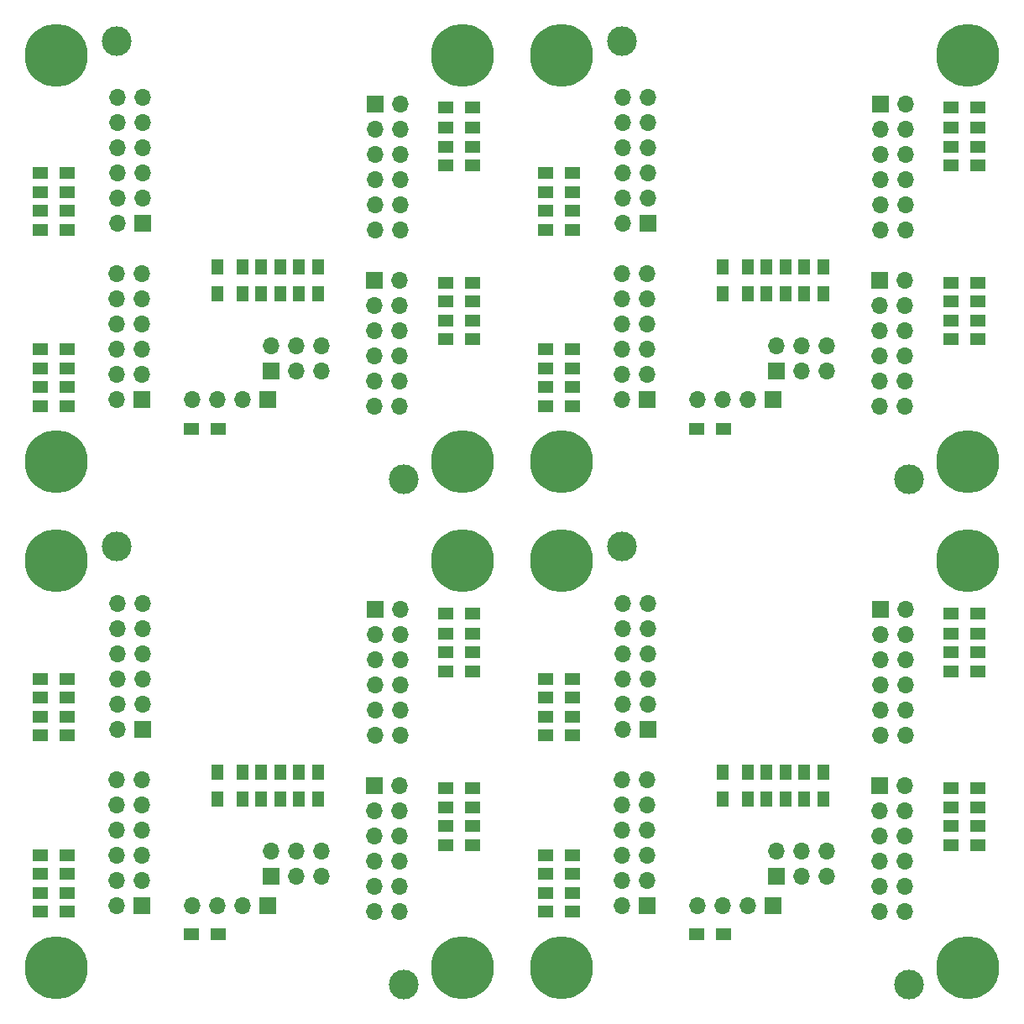
<source format=gbs>
%MOIN*%
%OFA0B0*%
%FSLAX46Y46*%
%IPPOS*%
%LPD*%
%ADD10C,0.25*%
%ADD11R,0.066929133858267723X0.066929133858267723*%
%ADD12O,0.066929133858267723X0.066929133858267723*%
%ADD13C,0.11811023622047245*%
%ADD14R,0.059055118110236227X0.051181102362204731*%
%ADD15R,0.051181102362204731X0.059055118110236227*%
%ADD26C,0.25*%
%ADD27R,0.066929133858267723X0.066929133858267723*%
%ADD28O,0.066929133858267723X0.066929133858267723*%
%ADD29C,0.11811023622047245*%
%ADD30R,0.059055118110236227X0.051181102362204731*%
%ADD31R,0.051181102362204731X0.059055118110236227*%
%ADD32C,0.25*%
%ADD33R,0.066929133858267723X0.066929133858267723*%
%ADD34O,0.066929133858267723X0.066929133858267723*%
%ADD35C,0.11811023622047245*%
%ADD36R,0.059055118110236227X0.051181102362204731*%
%ADD37R,0.051181102362204731X0.059055118110236227*%
%ADD38C,0.25*%
%ADD39R,0.066929133858267723X0.066929133858267723*%
%ADD40O,0.066929133858267723X0.066929133858267723*%
%ADD41C,0.11811023622047245*%
%ADD42R,0.059055118110236227X0.051181102362204731*%
%ADD43R,0.051181102362204731X0.059055118110236227*%
G01*
D10*
X-0006102362Y0005078740D02*
X0000157480Y0001771653D03*
X0001771653Y0001771653D03*
X0000157480Y0000157480D03*
X0001771653Y0000157480D03*
D11*
X0000997637Y0000403740D03*
D12*
X0000897637Y0000403740D03*
X0000797637Y0000403740D03*
X0000697637Y0000403740D03*
D11*
X0001012637Y0000518740D03*
D12*
X0001012637Y0000618740D03*
X0001112637Y0000518740D03*
X0001112637Y0000618740D03*
X0001212637Y0000518740D03*
X0001212637Y0000618740D03*
D11*
X0001425196Y0001578740D03*
D12*
X0001525196Y0001578740D03*
X0001425196Y0001478740D03*
X0001525196Y0001478740D03*
X0001425196Y0001378740D03*
X0001525196Y0001378740D03*
X0001425196Y0001278740D03*
X0001525196Y0001278740D03*
X0001425196Y0001178740D03*
X0001525196Y0001178740D03*
X0001425196Y0001078740D03*
X0001525196Y0001078740D03*
D11*
X0000497637Y0000403740D03*
D12*
X0000397637Y0000403740D03*
X0000497637Y0000503740D03*
X0000397637Y0000503740D03*
X0000497637Y0000603740D03*
X0000397637Y0000603740D03*
X0000497637Y0000703740D03*
X0000397637Y0000703740D03*
X0000497637Y0000803740D03*
X0000397637Y0000803740D03*
X0000497637Y0000903740D03*
X0000397637Y0000903740D03*
D11*
X0001422637Y0000878740D03*
D12*
X0001522637Y0000878740D03*
X0001422637Y0000778740D03*
X0001522637Y0000778740D03*
X0001422637Y0000678740D03*
X0001522637Y0000678740D03*
X0001422637Y0000578740D03*
X0001522637Y0000578740D03*
X0001422637Y0000478740D03*
X0001522637Y0000478740D03*
X0001422637Y0000378740D03*
X0001522637Y0000378740D03*
D11*
X0000502637Y0001103740D03*
D12*
X0000402637Y0001103740D03*
X0000502637Y0001203740D03*
X0000402637Y0001203740D03*
X0000502637Y0001303740D03*
X0000402637Y0001303740D03*
X0000502637Y0001403740D03*
X0000402637Y0001403740D03*
X0000502637Y0001503740D03*
X0000402637Y0001503740D03*
X0000502637Y0001603740D03*
X0000402637Y0001603740D03*
D13*
X0001537637Y0000088740D03*
X0000397637Y0001828740D03*
D14*
X0001704488Y0001563740D03*
X0001810787Y0001563740D03*
X0001704488Y0001333740D03*
X0001810787Y0001333740D03*
X0001704488Y0001483740D03*
X0001810787Y0001483740D03*
X0000200787Y0001153740D03*
X0000094488Y0001153740D03*
X0000200787Y0001303740D03*
X0000094488Y0001303740D03*
X0001704488Y0000868740D03*
X0001810787Y0000868740D03*
X0001704488Y0000643740D03*
X0001810787Y0000643740D03*
X0000200787Y0000378740D03*
X0000094488Y0000378740D03*
X0001704488Y0001408740D03*
X0001810787Y0001408740D03*
D15*
X0000897637Y0000931889D03*
X0000897637Y0000825590D03*
D14*
X0001704488Y0000718740D03*
X0001810787Y0000718740D03*
X0000200787Y0001228740D03*
X0000094488Y0001228740D03*
X0000200787Y0001078740D03*
X0000094488Y0001078740D03*
D15*
X0000972637Y0000931889D03*
X0000972637Y0000825590D03*
D14*
X0001704488Y0000793740D03*
X0001810787Y0000793740D03*
X0000800787Y0000288740D03*
X0000694488Y0000288740D03*
X0000200787Y0000603740D03*
X0000094488Y0000603740D03*
X0000200787Y0000453740D03*
X0000094488Y0000453740D03*
X0000200787Y0000528740D03*
X0000094488Y0000528740D03*
D15*
X0001047637Y0000931889D03*
X0001047637Y0000825590D03*
X0001197637Y0000931889D03*
X0001197637Y0000825590D03*
X0001122637Y0000931889D03*
X0001122637Y0000825590D03*
X0000797637Y0000931889D03*
X0000797637Y0000825590D03*
G04 next file*
G04 Gerber Fmt 4.6, Leading zero omitted, Abs format (unit mm)*
G04 Created by KiCad (PCBNEW (6.0.1)) date 2022-05-17 18:17:59*
G01*
G04 APERTURE LIST*
G04 APERTURE END LIST*
D26*
X-0004094488Y0005078740D02*
X0002165354Y0001771653D03*
X0003779527Y0001771653D03*
X0002165354Y0000157480D03*
X0003779527Y0000157480D03*
D27*
X0003005511Y0000403740D03*
D28*
X0002905511Y0000403740D03*
X0002805511Y0000403740D03*
X0002705511Y0000403740D03*
D27*
X0003020511Y0000518740D03*
D28*
X0003020511Y0000618740D03*
X0003120511Y0000518740D03*
X0003120511Y0000618740D03*
X0003220511Y0000518740D03*
X0003220511Y0000618740D03*
D27*
X0003433070Y0001578740D03*
D28*
X0003533070Y0001578740D03*
X0003433070Y0001478740D03*
X0003533070Y0001478740D03*
X0003433070Y0001378740D03*
X0003533070Y0001378740D03*
X0003433070Y0001278740D03*
X0003533070Y0001278740D03*
X0003433070Y0001178740D03*
X0003533070Y0001178740D03*
X0003433070Y0001078740D03*
X0003533070Y0001078740D03*
D27*
X0002505511Y0000403740D03*
D28*
X0002405511Y0000403740D03*
X0002505511Y0000503740D03*
X0002405511Y0000503740D03*
X0002505511Y0000603740D03*
X0002405511Y0000603740D03*
X0002505511Y0000703740D03*
X0002405511Y0000703740D03*
X0002505511Y0000803740D03*
X0002405511Y0000803740D03*
X0002505511Y0000903740D03*
X0002405511Y0000903740D03*
D27*
X0003430511Y0000878740D03*
D28*
X0003530511Y0000878740D03*
X0003430511Y0000778740D03*
X0003530511Y0000778740D03*
X0003430511Y0000678740D03*
X0003530511Y0000678740D03*
X0003430511Y0000578740D03*
X0003530511Y0000578740D03*
X0003430511Y0000478740D03*
X0003530511Y0000478740D03*
X0003430511Y0000378740D03*
X0003530511Y0000378740D03*
D27*
X0002510511Y0001103740D03*
D28*
X0002410511Y0001103740D03*
X0002510511Y0001203740D03*
X0002410511Y0001203740D03*
X0002510511Y0001303740D03*
X0002410511Y0001303740D03*
X0002510511Y0001403740D03*
X0002410511Y0001403740D03*
X0002510511Y0001503740D03*
X0002410511Y0001503740D03*
X0002510511Y0001603740D03*
X0002410511Y0001603740D03*
D29*
X0003545511Y0000088740D03*
X0002405511Y0001828740D03*
D30*
X0003712362Y0001563740D03*
X0003818661Y0001563740D03*
X0003712362Y0001333740D03*
X0003818661Y0001333740D03*
X0003712362Y0001483740D03*
X0003818661Y0001483740D03*
X0002208661Y0001153740D03*
X0002102362Y0001153740D03*
X0002208661Y0001303740D03*
X0002102362Y0001303740D03*
X0003712362Y0000868740D03*
X0003818661Y0000868740D03*
X0003712362Y0000643740D03*
X0003818661Y0000643740D03*
X0002208661Y0000378740D03*
X0002102362Y0000378740D03*
X0003712362Y0001408740D03*
X0003818661Y0001408740D03*
D31*
X0002905511Y0000931889D03*
X0002905511Y0000825590D03*
D30*
X0003712362Y0000718740D03*
X0003818661Y0000718740D03*
X0002208661Y0001228740D03*
X0002102362Y0001228740D03*
X0002208661Y0001078740D03*
X0002102362Y0001078740D03*
D31*
X0002980511Y0000931889D03*
X0002980511Y0000825590D03*
D30*
X0003712362Y0000793740D03*
X0003818661Y0000793740D03*
X0002808661Y0000288740D03*
X0002702362Y0000288740D03*
X0002208661Y0000603740D03*
X0002102362Y0000603740D03*
X0002208661Y0000453740D03*
X0002102362Y0000453740D03*
X0002208661Y0000528740D03*
X0002102362Y0000528740D03*
D31*
X0003055511Y0000931889D03*
X0003055511Y0000825590D03*
X0003205511Y0000931889D03*
X0003205511Y0000825590D03*
X0003130511Y0000931889D03*
X0003130511Y0000825590D03*
X0002805511Y0000931889D03*
X0002805511Y0000825590D03*
G04 next file*
G04 Gerber Fmt 4.6, Leading zero omitted, Abs format (unit mm)*
G04 Created by KiCad (PCBNEW (6.0.1)) date 2022-05-17 18:17:59*
G01*
G04 APERTURE LIST*
G04 APERTURE END LIST*
D32*
X-0006102362Y0007086614D02*
X0000157480Y0003779527D03*
X0001771653Y0003779527D03*
X0000157480Y0002165354D03*
X0001771653Y0002165354D03*
D33*
X0000997637Y0002411614D03*
D34*
X0000897637Y0002411614D03*
X0000797637Y0002411614D03*
X0000697637Y0002411614D03*
D33*
X0001012637Y0002526614D03*
D34*
X0001012637Y0002626614D03*
X0001112637Y0002526614D03*
X0001112637Y0002626614D03*
X0001212637Y0002526614D03*
X0001212637Y0002626614D03*
D33*
X0001425196Y0003586614D03*
D34*
X0001525196Y0003586614D03*
X0001425196Y0003486614D03*
X0001525196Y0003486614D03*
X0001425196Y0003386614D03*
X0001525196Y0003386614D03*
X0001425196Y0003286614D03*
X0001525196Y0003286614D03*
X0001425196Y0003186614D03*
X0001525196Y0003186614D03*
X0001425196Y0003086614D03*
X0001525196Y0003086614D03*
D33*
X0000497637Y0002411614D03*
D34*
X0000397637Y0002411614D03*
X0000497637Y0002511614D03*
X0000397637Y0002511614D03*
X0000497637Y0002611614D03*
X0000397637Y0002611614D03*
X0000497637Y0002711614D03*
X0000397637Y0002711614D03*
X0000497637Y0002811614D03*
X0000397637Y0002811614D03*
X0000497637Y0002911614D03*
X0000397637Y0002911614D03*
D33*
X0001422637Y0002886614D03*
D34*
X0001522637Y0002886614D03*
X0001422637Y0002786614D03*
X0001522637Y0002786614D03*
X0001422637Y0002686614D03*
X0001522637Y0002686614D03*
X0001422637Y0002586614D03*
X0001522637Y0002586614D03*
X0001422637Y0002486614D03*
X0001522637Y0002486614D03*
X0001422637Y0002386614D03*
X0001522637Y0002386614D03*
D33*
X0000502637Y0003111614D03*
D34*
X0000402637Y0003111614D03*
X0000502637Y0003211614D03*
X0000402637Y0003211614D03*
X0000502637Y0003311614D03*
X0000402637Y0003311614D03*
X0000502637Y0003411614D03*
X0000402637Y0003411614D03*
X0000502637Y0003511614D03*
X0000402637Y0003511614D03*
X0000502637Y0003611614D03*
X0000402637Y0003611614D03*
D35*
X0001537637Y0002096614D03*
X0000397637Y0003836614D03*
D36*
X0001704488Y0003571614D03*
X0001810787Y0003571614D03*
X0001704488Y0003341614D03*
X0001810787Y0003341614D03*
X0001704488Y0003491614D03*
X0001810787Y0003491614D03*
X0000200787Y0003161614D03*
X0000094488Y0003161614D03*
X0000200787Y0003311614D03*
X0000094488Y0003311614D03*
X0001704488Y0002876614D03*
X0001810787Y0002876614D03*
X0001704488Y0002651614D03*
X0001810787Y0002651614D03*
X0000200787Y0002386614D03*
X0000094488Y0002386614D03*
X0001704488Y0003416614D03*
X0001810787Y0003416614D03*
D37*
X0000897637Y0002939763D03*
X0000897637Y0002833464D03*
D36*
X0001704488Y0002726614D03*
X0001810787Y0002726614D03*
X0000200787Y0003236614D03*
X0000094488Y0003236614D03*
X0000200787Y0003086614D03*
X0000094488Y0003086614D03*
D37*
X0000972637Y0002939763D03*
X0000972637Y0002833464D03*
D36*
X0001704488Y0002801614D03*
X0001810787Y0002801614D03*
X0000800787Y0002296614D03*
X0000694488Y0002296614D03*
X0000200787Y0002611614D03*
X0000094488Y0002611614D03*
X0000200787Y0002461614D03*
X0000094488Y0002461614D03*
X0000200787Y0002536614D03*
X0000094488Y0002536614D03*
D37*
X0001047637Y0002939763D03*
X0001047637Y0002833464D03*
X0001197637Y0002939763D03*
X0001197637Y0002833464D03*
X0001122637Y0002939763D03*
X0001122637Y0002833464D03*
X0000797637Y0002939763D03*
X0000797637Y0002833464D03*
G04 next file*
G04 Gerber Fmt 4.6, Leading zero omitted, Abs format (unit mm)*
G04 Created by KiCad (PCBNEW (6.0.1)) date 2022-05-17 18:17:59*
G01*
G04 APERTURE LIST*
G04 APERTURE END LIST*
D38*
X-0004094488Y0007086614D02*
X0002165354Y0003779527D03*
X0003779527Y0003779527D03*
X0002165354Y0002165354D03*
X0003779527Y0002165354D03*
D39*
X0003005511Y0002411614D03*
D40*
X0002905511Y0002411614D03*
X0002805511Y0002411614D03*
X0002705511Y0002411614D03*
D39*
X0003020511Y0002526614D03*
D40*
X0003020511Y0002626614D03*
X0003120511Y0002526614D03*
X0003120511Y0002626614D03*
X0003220511Y0002526614D03*
X0003220511Y0002626614D03*
D39*
X0003433070Y0003586614D03*
D40*
X0003533070Y0003586614D03*
X0003433070Y0003486614D03*
X0003533070Y0003486614D03*
X0003433070Y0003386614D03*
X0003533070Y0003386614D03*
X0003433070Y0003286614D03*
X0003533070Y0003286614D03*
X0003433070Y0003186614D03*
X0003533070Y0003186614D03*
X0003433070Y0003086614D03*
X0003533070Y0003086614D03*
D39*
X0002505511Y0002411614D03*
D40*
X0002405511Y0002411614D03*
X0002505511Y0002511614D03*
X0002405511Y0002511614D03*
X0002505511Y0002611614D03*
X0002405511Y0002611614D03*
X0002505511Y0002711614D03*
X0002405511Y0002711614D03*
X0002505511Y0002811614D03*
X0002405511Y0002811614D03*
X0002505511Y0002911614D03*
X0002405511Y0002911614D03*
D39*
X0003430511Y0002886614D03*
D40*
X0003530511Y0002886614D03*
X0003430511Y0002786614D03*
X0003530511Y0002786614D03*
X0003430511Y0002686614D03*
X0003530511Y0002686614D03*
X0003430511Y0002586614D03*
X0003530511Y0002586614D03*
X0003430511Y0002486614D03*
X0003530511Y0002486614D03*
X0003430511Y0002386614D03*
X0003530511Y0002386614D03*
D39*
X0002510511Y0003111614D03*
D40*
X0002410511Y0003111614D03*
X0002510511Y0003211614D03*
X0002410511Y0003211614D03*
X0002510511Y0003311614D03*
X0002410511Y0003311614D03*
X0002510511Y0003411614D03*
X0002410511Y0003411614D03*
X0002510511Y0003511614D03*
X0002410511Y0003511614D03*
X0002510511Y0003611614D03*
X0002410511Y0003611614D03*
D41*
X0003545511Y0002096614D03*
X0002405511Y0003836614D03*
D42*
X0003712362Y0003571614D03*
X0003818661Y0003571614D03*
X0003712362Y0003341614D03*
X0003818661Y0003341614D03*
X0003712362Y0003491614D03*
X0003818661Y0003491614D03*
X0002208661Y0003161614D03*
X0002102362Y0003161614D03*
X0002208661Y0003311614D03*
X0002102362Y0003311614D03*
X0003712362Y0002876614D03*
X0003818661Y0002876614D03*
X0003712362Y0002651614D03*
X0003818661Y0002651614D03*
X0002208661Y0002386614D03*
X0002102362Y0002386614D03*
X0003712362Y0003416614D03*
X0003818661Y0003416614D03*
D43*
X0002905511Y0002939763D03*
X0002905511Y0002833464D03*
D42*
X0003712362Y0002726614D03*
X0003818661Y0002726614D03*
X0002208661Y0003236614D03*
X0002102362Y0003236614D03*
X0002208661Y0003086614D03*
X0002102362Y0003086614D03*
D43*
X0002980511Y0002939763D03*
X0002980511Y0002833464D03*
D42*
X0003712362Y0002801614D03*
X0003818661Y0002801614D03*
X0002808661Y0002296614D03*
X0002702362Y0002296614D03*
X0002208661Y0002611614D03*
X0002102362Y0002611614D03*
X0002208661Y0002461614D03*
X0002102362Y0002461614D03*
X0002208661Y0002536614D03*
X0002102362Y0002536614D03*
D43*
X0003055511Y0002939763D03*
X0003055511Y0002833464D03*
X0003205511Y0002939763D03*
X0003205511Y0002833464D03*
X0003130511Y0002939763D03*
X0003130511Y0002833464D03*
X0002805511Y0002939763D03*
X0002805511Y0002833464D03*
M02*
</source>
